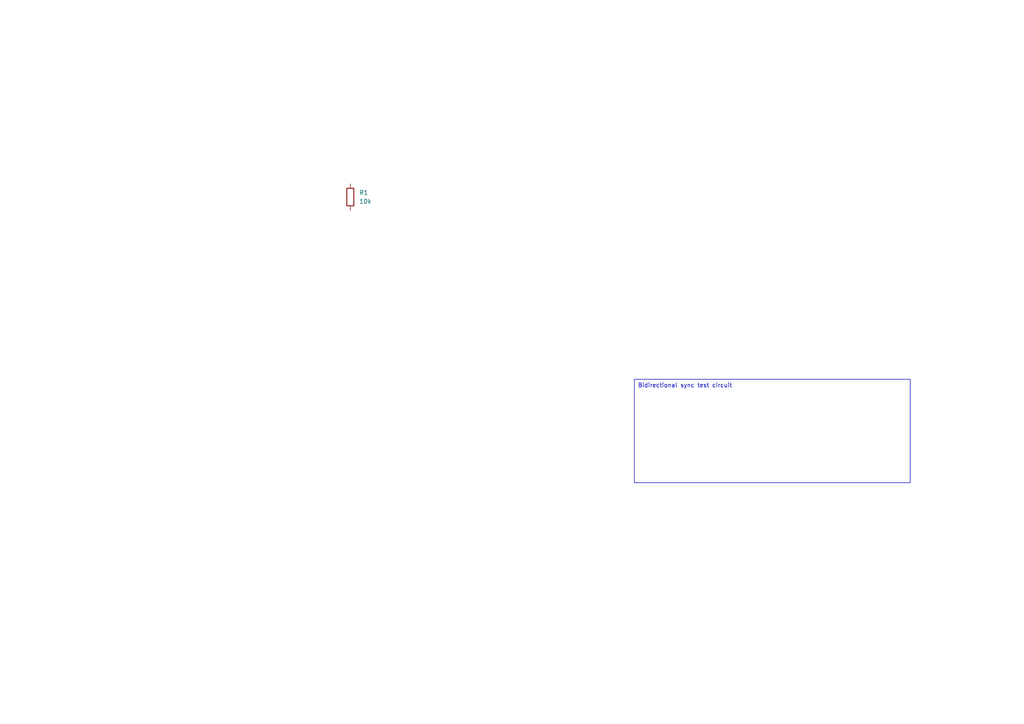
<source format=kicad_sch>
(kicad_sch (version 20250114) (generator "eeschema") (generator_version "9.0")
  (paper "A4")
  (title_block (title "BidirectionalTest"))
  (lib_symbols
    (symbol "Device:R" (pin_numbers (hide yes)) (pin_names (offset 0))
      (property "Reference" "R" (at 2.032 0 90))
      (property "Value" "R" (at 0 0 90))
      (symbol "R_0_1"
        (rectangle (start -1.016 -2.54) (end 1.016 2.54) (stroke (width 0.254)))
      )
      (symbol "R_1_1"
        (pin passive line (at 0 3.81 270) (length 1.27) (name "~") (number "1"))
        (pin passive line (at 0 -3.81 90) (length 1.27) (name "~") (number "2"))
      )
    )
  )
  (text_box "Bidirectional sync test circuit" (at 184 110 0) (size 80 30) (margins 1 1 1 1) (effects (font (size 1.2 1.2)) (justify left top)))
  (symbol (lib_id "Device:R") (at 101.6 57.15 0) (unit 1)
    (property "Reference" "R1" (at 104.14 55.8799 0) (effects (justify left)))
    (property "Value" "10k" (at 104.14 58.4199 0) (effects (justify left)))
    (property "Footprint" "Resistor_SMD:R_0603_1608Metric" (effects (hide yes)))
    (property "Description" "Resistor" (effects (hide yes)))
  )
)
</source>
